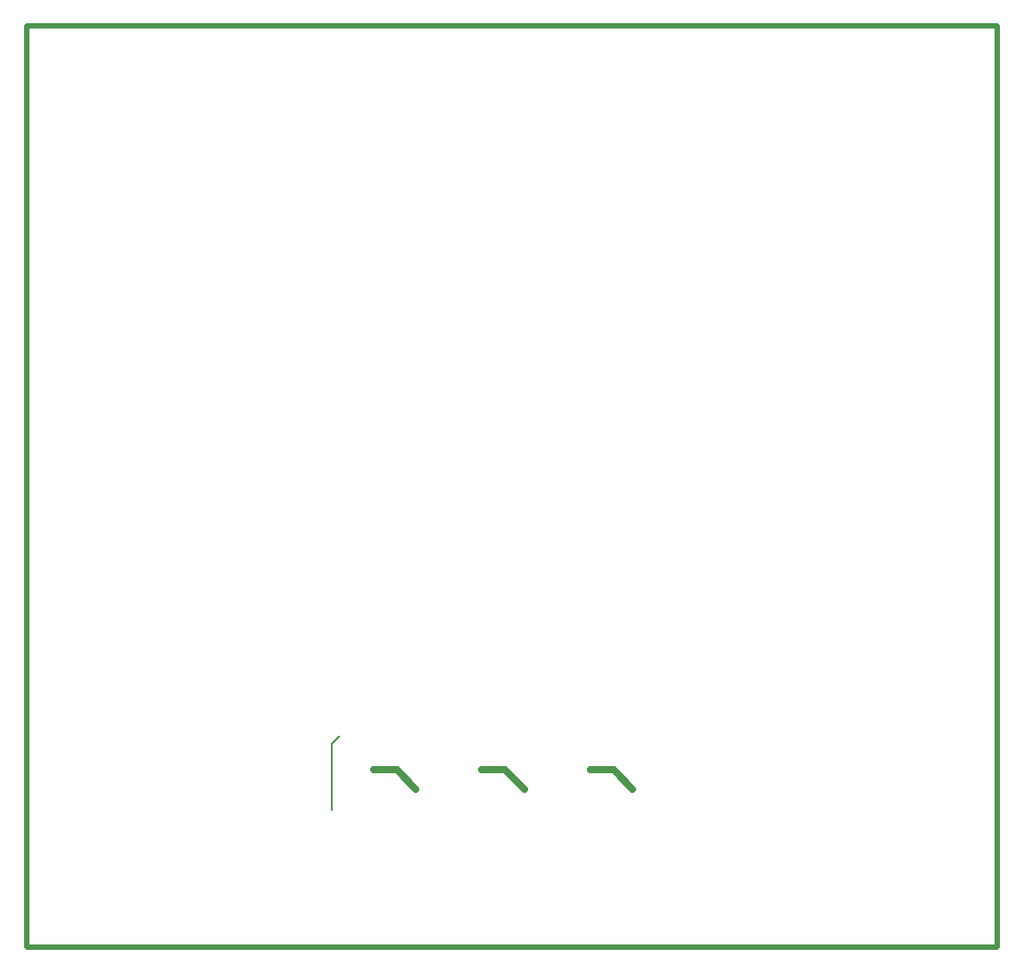
<source format=gko>
G04*
G04 #@! TF.GenerationSoftware,Altium Limited,Altium Designer,18.0.11 (651)*
G04*
G04 Layer_Color=16711935*
%FSTAX24Y24*%
%MOIN*%
G70*
G01*
G75*
%ADD12C,0.0080*%
%ADD15C,0.0200*%
%ADD122C,0.0250*%
D12*
X0246Y018134D02*
Y020589D01*
X0249Y020889D01*
D15*
X017523Y047429D02*
X045082D01*
X0132D02*
X017523D01*
X0132Y013D02*
Y047429D01*
X045082D02*
X04945D01*
X0132Y013D02*
X04945D01*
Y047429D02*
X04945Y013D01*
D122*
X035106Y01962D02*
X035117D01*
X03425D02*
X035106D01*
X035117D02*
X035826Y018911D01*
X031056Y01962D02*
X031067D01*
X0302D02*
X031056D01*
X031067D02*
X031776Y018911D01*
X027017Y01962D02*
X027726Y018911D01*
X02615Y01962D02*
X027006D01*
X027017D01*
M02*

</source>
